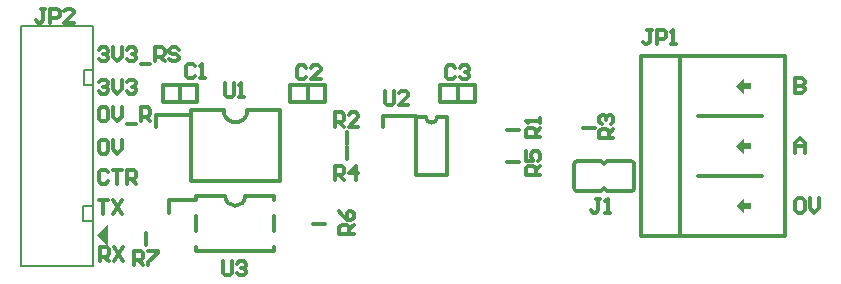
<source format=gto>
G04*
G04 #@! TF.GenerationSoftware,Altium Limited,Altium Designer,21.2.1 (34)*
G04*
G04 Layer_Color=65535*
%FSTAX24Y24*%
%MOIN*%
G70*
G04*
G04 #@! TF.SameCoordinates,7DA4DDB6-0622-4AF5-A47C-4C96ED8C5F13*
G04*
G04*
G04 #@! TF.FilePolarity,Positive*
G04*
G01*
G75*
%ADD10C,0.0118*%
%ADD11C,0.0070*%
G36*
X050832Y0267D02*
X051082D01*
Y0265D01*
X050832D01*
Y02635D01*
X050582Y0266D01*
X050832Y02685D01*
Y0267D01*
D02*
G37*
G36*
Y024732D02*
X051082D01*
Y024532D01*
Y0245D01*
X050832D01*
Y024382D01*
Y02435D01*
X050582Y0246D01*
X050598Y024616D01*
X050582Y024632D01*
X050832Y024882D01*
Y024732D01*
D02*
G37*
G36*
Y022732D02*
X051082D01*
Y022532D01*
X050832D01*
Y022382D01*
X050582Y022632D01*
X050832Y022882D01*
Y022732D01*
D02*
G37*
G36*
X029632Y021277D02*
X029272Y021637D01*
X029282D01*
X029632Y021987D01*
Y021277D01*
D02*
G37*
D10*
X033491Y025803D02*
G03*
X034278Y025803I000394J0D01*
G01*
X033539Y022959D02*
G03*
X034208Y022959I000335J0D01*
G01*
X04707Y023104D02*
G03*
X04718Y023215I0J00011D01*
G01*
X04718Y024002D02*
G03*
X04707Y024112I-00011J0D01*
G01*
X04518Y023215D02*
G03*
X045274Y023104I000102J-000008D01*
G01*
Y024112D02*
G03*
X04518Y024002I000008J-000102D01*
G01*
X040226Y025587D02*
G03*
X040614Y025587I000194J-0D01*
G01*
X031454Y026079D02*
Y02665D01*
X031459D02*
X032589D01*
X032595Y026079D02*
Y02665D01*
X031454Y026079D02*
X032589D01*
X032024D02*
Y02665D01*
X032389Y023461D02*
X035381D01*
X032386Y023767D02*
Y024D01*
Y024267D02*
Y0245D01*
Y023767D02*
Y024D01*
X032389Y023461D02*
Y025803D01*
X032386Y024767D02*
Y025D01*
Y025267D02*
Y0255D01*
X032389Y025803D02*
X033137D01*
X035383Y023764D02*
Y023997D01*
X035381Y023461D02*
Y024632D01*
Y025803D01*
X035383Y024264D02*
Y024497D01*
Y024764D02*
Y024997D01*
Y025264D02*
Y025497D01*
Y025264D02*
Y025497D01*
X033137Y025803D02*
X033491D01*
X034278D02*
X034633D01*
X035381D01*
X031247Y025656D02*
X032389D01*
X031247Y025262D02*
Y025656D01*
X035173Y022821D02*
Y022959D01*
X034208D02*
X035173D01*
Y021797D02*
Y02227D01*
Y021108D02*
Y021246D01*
X032574Y022821D02*
Y022959D01*
X033539D01*
X031669Y022821D02*
X032574D01*
X031669Y022385D02*
Y022821D01*
X032574Y021797D02*
Y02227D01*
Y021108D02*
X035173D01*
X032574D02*
Y021246D01*
X030893Y021324D02*
Y021724D01*
X03648Y022033D02*
X03688D01*
X04608Y024108D02*
X04618Y024008D01*
X04628Y024108D01*
X04618Y023204D02*
X04628Y023104D01*
X04618Y023204D02*
Y023208D01*
X04608Y023108D02*
X04618Y023208D01*
X04628Y024112D02*
X04708D01*
X04628Y023104D02*
X04708D01*
X04718Y023215D02*
Y024002D01*
X04518Y023215D02*
Y024002D01*
X045274Y024112D02*
X04608D01*
X045274Y023104D02*
X046076D01*
X04708Y024108D02*
Y024112D01*
Y023104D02*
Y023108D01*
X04548Y025222D02*
X04588D01*
X042937Y025157D02*
X043337D01*
X042937Y024087D02*
X043337D01*
X041857Y026079D02*
Y02665D01*
X040721Y026079D02*
X041851D01*
X040715D02*
Y02665D01*
X040721D02*
X041857D01*
X041286Y026079D02*
Y02665D01*
X037585Y024682D02*
Y025082D01*
Y024182D02*
Y024582D01*
X035715Y026079D02*
Y02665D01*
X035721D02*
X036851D01*
X036857Y026079D02*
Y02665D01*
X035715Y026079D02*
X036851D01*
X036286D02*
Y02665D01*
X040614Y025587D02*
X040932D01*
X039908D02*
X040226D01*
X039908D02*
Y025606D01*
X040932Y023657D02*
Y025587D01*
X039908Y023657D02*
Y025587D01*
X038806Y025606D02*
X039908D01*
X038806Y025252D02*
Y025606D01*
X039908Y023657D02*
X040932D01*
X0493Y025632D02*
X051437D01*
X052207Y021632D02*
Y025631D01*
Y023632D02*
Y027631D01*
X0493Y023632D02*
X051437D01*
X04871Y021632D02*
Y025632D01*
Y023632D02*
Y027632D01*
X047405D02*
X052205D01*
X047405Y021632D02*
X052207D01*
X047405Y021632D02*
Y025632D01*
Y023632D02*
Y027632D01*
X052546Y022789D02*
X052625Y022868D01*
X052782D01*
X052861Y022789D01*
Y022474D01*
X052782Y022396D01*
X052625D01*
X052546Y022474D01*
Y022789D01*
X053018Y022868D02*
Y022553D01*
X053176Y022396D01*
X053333Y022553D01*
Y022868D01*
X052546Y024396D02*
Y024711D01*
X052703Y024868D01*
X052861Y024711D01*
Y024396D01*
Y024632D01*
X052546D01*
Y026868D02*
Y026396D01*
X052782D01*
X052861Y026474D01*
Y026553D01*
X052782Y026632D01*
X052546D01*
X052782D01*
X052861Y026711D01*
Y026789D01*
X052782Y026868D01*
X052546D01*
X029357Y020774D02*
Y021246D01*
X029593D01*
X029672Y021167D01*
Y02101D01*
X029593Y020931D01*
X029357D01*
X029515D02*
X029672Y020774D01*
X029829Y021246D02*
X030144Y020774D01*
Y021246D02*
X029829Y020774D01*
X029318Y022829D02*
X029633D01*
X029475D01*
Y022356D01*
X02979Y022829D02*
X030105Y022356D01*
Y022829D02*
X02979Y022356D01*
X029633Y02375D02*
X029554Y023829D01*
X029396D01*
X029318Y02375D01*
Y023435D01*
X029396Y023356D01*
X029554D01*
X029633Y023435D01*
X02979Y023829D02*
X030105D01*
X029947D01*
Y023356D01*
X030262D02*
Y023829D01*
X030498D01*
X030577Y02375D01*
Y023593D01*
X030498Y023514D01*
X030262D01*
X03042D02*
X030577Y023356D01*
X029318Y02475D02*
X029396Y024829D01*
X029554D01*
X029633Y02475D01*
Y024435D01*
X029554Y024356D01*
X029396D01*
X029318Y024435D01*
Y02475D01*
X02979Y024829D02*
Y024514D01*
X029947Y024356D01*
X030105Y024514D01*
Y024829D01*
X029318Y025829D02*
X029396Y025907D01*
X029554D01*
X029633Y025829D01*
Y025514D01*
X029554Y025435D01*
X029396D01*
X029318Y025514D01*
Y025829D01*
X02979Y025907D02*
Y025593D01*
X029947Y025435D01*
X030105Y025593D01*
Y025907D01*
X030262Y025356D02*
X030577D01*
X030735Y025435D02*
Y025907D01*
X030971D01*
X031049Y025829D01*
Y025671D01*
X030971Y025593D01*
X030735D01*
X030892D02*
X031049Y025435D01*
X029318Y02675D02*
X029396Y026829D01*
X029554D01*
X029633Y02675D01*
Y026671D01*
X029554Y026593D01*
X029475D01*
X029554D01*
X029633Y026514D01*
Y026435D01*
X029554Y026356D01*
X029396D01*
X029318Y026435D01*
X02979Y026829D02*
Y026514D01*
X029947Y026356D01*
X030105Y026514D01*
Y026829D01*
X030262Y02675D02*
X030341Y026829D01*
X030498D01*
X030577Y02675D01*
Y026671D01*
X030498Y026593D01*
X03042D01*
X030498D01*
X030577Y026514D01*
Y026435D01*
X030498Y026356D01*
X030341D01*
X030262Y026435D01*
X037192Y02349D02*
Y023963D01*
X037428D01*
X037507Y023884D01*
Y023726D01*
X037428Y023648D01*
X037192D01*
X037349D02*
X037507Y02349D01*
X0379D02*
Y023963D01*
X037664Y023726D01*
X037979D01*
X032546Y02727D02*
X032467Y027348D01*
X03231D01*
X032231Y02727D01*
Y026955D01*
X03231Y026876D01*
X032467D01*
X032546Y026955D01*
X032703Y026876D02*
X032861D01*
X032782D01*
Y027348D01*
X032703Y02727D01*
X029318Y027829D02*
X029396Y027907D01*
X029554D01*
X029633Y027829D01*
Y02775D01*
X029554Y027671D01*
X029475D01*
X029554D01*
X029633Y027593D01*
Y027514D01*
X029554Y027435D01*
X029396D01*
X029318Y027514D01*
X02979Y027907D02*
Y027593D01*
X029947Y027435D01*
X030105Y027593D01*
Y027907D01*
X030262Y027829D02*
X030341Y027907D01*
X030498D01*
X030577Y027829D01*
Y02775D01*
X030498Y027671D01*
X03042D01*
X030498D01*
X030577Y027593D01*
Y027514D01*
X030498Y027435D01*
X030341D01*
X030262Y027514D01*
X030735Y027356D02*
X031049D01*
X031207Y027435D02*
Y027907D01*
X031443D01*
X031522Y027829D01*
Y027671D01*
X031443Y027593D01*
X031207D01*
X031364D02*
X031522Y027435D01*
X031994Y027829D02*
X031915Y027907D01*
X031758D01*
X031679Y027829D01*
Y02775D01*
X031758Y027671D01*
X031915D01*
X031994Y027593D01*
Y027514D01*
X031915Y027435D01*
X031758D01*
X031679Y027514D01*
X03353Y026718D02*
Y026325D01*
X033609Y026246D01*
X033767D01*
X033845Y026325D01*
Y026718D01*
X034003Y026246D02*
X03416D01*
X034081D01*
Y026718D01*
X034003Y02664D01*
X033452Y020774D02*
Y02038D01*
X03353Y020301D01*
X033688D01*
X033767Y02038D01*
Y020774D01*
X033924Y020695D02*
X034003Y020774D01*
X03416D01*
X034239Y020695D01*
Y020616D01*
X03416Y020537D01*
X034081D01*
X03416D01*
X034239Y020459D01*
Y02038D01*
X03416Y020301D01*
X034003D01*
X033924Y02038D01*
X030499Y020656D02*
Y021128D01*
X030735D01*
X030814Y021049D01*
Y020892D01*
X030735Y020813D01*
X030499D01*
X030656D02*
X030814Y020656D01*
X030971Y021128D02*
X031286D01*
Y021049D01*
X030971Y020734D01*
Y020656D01*
X037822Y021679D02*
X037349D01*
Y021915D01*
X037428Y021994D01*
X037585D01*
X037664Y021915D01*
Y021679D01*
Y021837D02*
X037822Y021994D01*
X037349Y022466D02*
X037428Y022309D01*
X037585Y022152D01*
X037743D01*
X037822Y02223D01*
Y022388D01*
X037743Y022466D01*
X037664D01*
X037585Y022388D01*
Y022152D01*
X04605Y02286D02*
X045893D01*
X045971D01*
Y022467D01*
X045893Y022388D01*
X045814D01*
X045735Y022467D01*
X046207Y022388D02*
X046365D01*
X046286D01*
Y02286D01*
X046207Y022781D01*
X046483Y024868D02*
X046011D01*
Y025104D01*
X046089Y025183D01*
X046247D01*
X046326Y025104D01*
Y024868D01*
Y025026D02*
X046483Y025183D01*
X046089Y025341D02*
X046011Y025419D01*
Y025577D01*
X046089Y025655D01*
X046168D01*
X046247Y025577D01*
Y025498D01*
Y025577D01*
X046326Y025655D01*
X046404D01*
X046483Y025577D01*
Y025419D01*
X046404Y025341D01*
X044042Y024908D02*
X04357D01*
Y025144D01*
X043648Y025222D01*
X043806D01*
X043885Y025144D01*
Y024908D01*
Y025065D02*
X044042Y025222D01*
Y02538D02*
Y025537D01*
Y025459D01*
X04357D01*
X043648Y02538D01*
X044042Y023648D02*
X04357D01*
Y023884D01*
X043648Y023963D01*
X043806D01*
X043885Y023884D01*
Y023648D01*
Y023805D02*
X044042Y023963D01*
X04357Y024435D02*
Y02412D01*
X043806D01*
X043727Y024277D01*
Y024356D01*
X043806Y024435D01*
X043963D01*
X044042Y024356D01*
Y024199D01*
X043963Y02412D01*
X041208Y02723D02*
X041129Y027309D01*
X040971D01*
X040893Y02723D01*
Y026915D01*
X040971Y026837D01*
X041129D01*
X041208Y026915D01*
X041365Y02723D02*
X041444Y027309D01*
X041601D01*
X04168Y02723D01*
Y027152D01*
X041601Y027073D01*
X041522D01*
X041601D01*
X04168Y026994D01*
Y026915D01*
X041601Y026837D01*
X041444D01*
X041365Y026915D01*
X037192Y025262D02*
Y025734D01*
X037428D01*
X037507Y025655D01*
Y025498D01*
X037428Y025419D01*
X037192D01*
X037349D02*
X037507Y025262D01*
X037979D02*
X037664D01*
X037979Y025577D01*
Y025655D01*
X0379Y025734D01*
X037743D01*
X037664Y025655D01*
X036247Y02723D02*
X036168Y027309D01*
X036011D01*
X035932Y02723D01*
Y026915D01*
X036011Y026837D01*
X036168D01*
X036247Y026915D01*
X036719Y026837D02*
X036404D01*
X036719Y027152D01*
Y02723D01*
X03664Y027309D01*
X036483D01*
X036404Y02723D01*
X027546Y029199D02*
X027389D01*
X027467D01*
Y028805D01*
X027389Y028726D01*
X02731D01*
X027231Y028805D01*
X027704Y028726D02*
Y029199D01*
X02794D01*
X028018Y02912D01*
Y028963D01*
X02794Y028884D01*
X027704D01*
X028491Y028726D02*
X028176D01*
X028491Y029041D01*
Y02912D01*
X028412Y029199D01*
X028255D01*
X028176Y02912D01*
X03886Y026452D02*
Y026059D01*
X038939Y02598D01*
X039096D01*
X039175Y026059D01*
Y026452D01*
X039647Y02598D02*
X039332D01*
X039647Y026295D01*
Y026374D01*
X039568Y026452D01*
X039411D01*
X039332Y026374D01*
X047775Y028482D02*
X047617D01*
X047696D01*
Y028089D01*
X047617Y02801D01*
X047539D01*
X04746Y028089D01*
X047932Y02801D02*
Y028482D01*
X048168D01*
X048247Y028404D01*
Y028246D01*
X048168Y028167D01*
X047932D01*
X048405Y02801D02*
X048562D01*
X048483D01*
Y028482D01*
X048405Y028404D01*
D11*
X026737Y028632D02*
X028137D01*
X026737Y020632D02*
X029137D01*
Y028632D01*
X028137D02*
X029137D01*
X026737Y020632D02*
Y028632D01*
X028817Y022122D02*
X029117D01*
X028817D02*
Y022622D01*
X029117D01*
X028827Y026642D02*
X029127D01*
X028827D02*
Y027142D01*
X029127D01*
M02*

</source>
